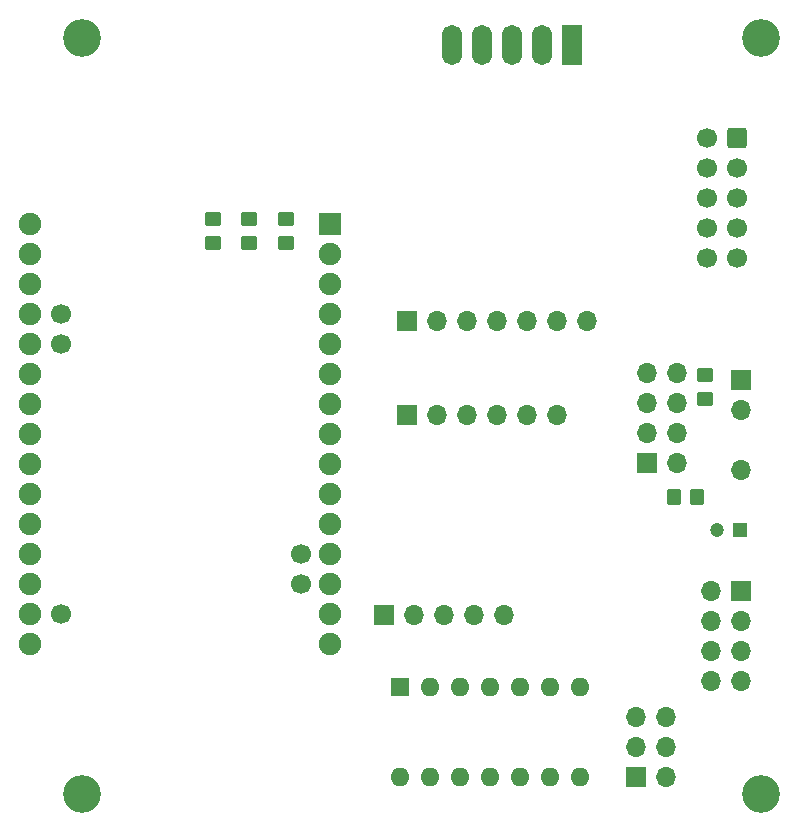
<source format=gts>
G04 #@! TF.GenerationSoftware,KiCad,Pcbnew,7.0.5*
G04 #@! TF.CreationDate,2024-02-16T17:16:27-05:00*
G04 #@! TF.ProjectId,SoyuzControlBoard,536f7975-7a43-46f6-9e74-726f6c426f61,rev?*
G04 #@! TF.SameCoordinates,Original*
G04 #@! TF.FileFunction,Soldermask,Top*
G04 #@! TF.FilePolarity,Negative*
%FSLAX46Y46*%
G04 Gerber Fmt 4.6, Leading zero omitted, Abs format (unit mm)*
G04 Created by KiCad (PCBNEW 7.0.5) date 2024-02-16 17:16:27*
%MOMM*%
%LPD*%
G01*
G04 APERTURE LIST*
G04 Aperture macros list*
%AMRoundRect*
0 Rectangle with rounded corners*
0 $1 Rounding radius*
0 $2 $3 $4 $5 $6 $7 $8 $9 X,Y pos of 4 corners*
0 Add a 4 corners polygon primitive as box body*
4,1,4,$2,$3,$4,$5,$6,$7,$8,$9,$2,$3,0*
0 Add four circle primitives for the rounded corners*
1,1,$1+$1,$2,$3*
1,1,$1+$1,$4,$5*
1,1,$1+$1,$6,$7*
1,1,$1+$1,$8,$9*
0 Add four rect primitives between the rounded corners*
20,1,$1+$1,$2,$3,$4,$5,0*
20,1,$1+$1,$4,$5,$6,$7,0*
20,1,$1+$1,$6,$7,$8,$9,0*
20,1,$1+$1,$8,$9,$2,$3,0*%
G04 Aperture macros list end*
%ADD10R,1.700000X1.700000*%
%ADD11O,1.700000X1.700000*%
%ADD12C,3.200000*%
%ADD13C,1.700000*%
%ADD14RoundRect,0.250000X0.450000X-0.350000X0.450000X0.350000X-0.450000X0.350000X-0.450000X-0.350000X0*%
%ADD15RoundRect,0.250000X-0.450000X0.350000X-0.450000X-0.350000X0.450000X-0.350000X0.450000X0.350000X0*%
%ADD16RoundRect,0.250000X-0.350000X-0.450000X0.350000X-0.450000X0.350000X0.450000X-0.350000X0.450000X0*%
%ADD17R,1.200000X1.200000*%
%ADD18C,1.200000*%
%ADD19RoundRect,0.250000X0.600000X0.600000X-0.600000X0.600000X-0.600000X-0.600000X0.600000X-0.600000X0*%
%ADD20RoundRect,0.102000X0.850000X0.850000X-0.850000X0.850000X-0.850000X-0.850000X0.850000X-0.850000X0*%
%ADD21C,1.904000*%
%ADD22R,1.600000X1.600000*%
%ADD23O,1.600000X1.600000*%
%ADD24R,1.700000X3.400000*%
%ADD25O,1.700000X3.400000*%
G04 APERTURE END LIST*
D10*
X118400000Y-84980000D03*
D11*
X120940000Y-84980000D03*
X118400000Y-82440000D03*
X120940000Y-82440000D03*
X118400000Y-79900000D03*
X120940000Y-79900000D03*
D12*
X71500000Y-86400000D03*
D13*
X69700000Y-45720000D03*
D14*
X85700000Y-39700000D03*
X85700000Y-37700000D03*
D12*
X129000000Y-22400000D03*
D13*
X90020000Y-68580000D03*
D14*
X82600000Y-39700000D03*
X82600000Y-37700000D03*
D15*
X124300000Y-50900000D03*
X124300000Y-52900000D03*
D14*
X88800000Y-39700000D03*
X88800000Y-37700000D03*
D12*
X71500000Y-22400000D03*
D16*
X121600000Y-61200000D03*
X123600000Y-61200000D03*
D13*
X69700000Y-48260000D03*
D10*
X127290000Y-69200000D03*
D11*
X124750000Y-69200000D03*
X127290000Y-71740000D03*
X124750000Y-71740000D03*
X127290000Y-74280000D03*
X124750000Y-74280000D03*
X127290000Y-76820000D03*
X124750000Y-76820000D03*
D13*
X69700000Y-71120000D03*
D12*
X129000000Y-86400000D03*
D13*
X90020000Y-66040000D03*
D17*
X127250000Y-64050000D03*
D18*
X125250000Y-64050000D03*
D10*
X119360000Y-58340000D03*
D11*
X121900000Y-58340000D03*
X119360000Y-55800000D03*
X121900000Y-55800000D03*
X119360000Y-53260000D03*
X121900000Y-53260000D03*
X119360000Y-50720000D03*
X121900000Y-50720000D03*
D19*
X127000000Y-30840000D03*
D13*
X124460000Y-30840000D03*
X127000000Y-33380000D03*
X124460000Y-33380000D03*
X127000000Y-35920000D03*
X124460000Y-35920000D03*
X127000000Y-38460000D03*
X124460000Y-38460000D03*
X127000000Y-41000000D03*
X124460000Y-41000000D03*
D20*
X92539500Y-38100000D03*
D21*
X92539500Y-40640000D03*
X92539500Y-43180000D03*
X92539500Y-45720000D03*
X92539500Y-48260000D03*
X92539500Y-50800000D03*
X92539500Y-53340000D03*
X92539500Y-55880000D03*
X92539500Y-58420000D03*
X92539500Y-60960000D03*
X92539500Y-63500000D03*
X92539500Y-66040000D03*
X92539500Y-68580000D03*
X92539500Y-71120000D03*
X92539500Y-73660000D03*
X67139500Y-73660000D03*
X67139500Y-71120000D03*
X67139500Y-68580000D03*
X67139500Y-66040000D03*
X67139500Y-63500000D03*
X67139500Y-60960000D03*
X67139500Y-58420000D03*
X67139500Y-55880000D03*
X67139500Y-53340000D03*
X67139500Y-50800000D03*
X67139500Y-48260000D03*
X67139500Y-45720000D03*
X67139500Y-43180000D03*
X67139500Y-40640000D03*
X67139500Y-38100000D03*
D22*
X98475000Y-77300000D03*
D23*
X101015000Y-77300000D03*
X103555000Y-77300000D03*
X106095000Y-77300000D03*
X108635000Y-77300000D03*
X111175000Y-77300000D03*
X113715000Y-77300000D03*
X113715000Y-84920000D03*
X111175000Y-84920000D03*
X108635000Y-84920000D03*
X106095000Y-84920000D03*
X103555000Y-84920000D03*
X101015000Y-84920000D03*
X98475000Y-84920000D03*
D24*
X112980000Y-23000000D03*
D25*
X110440000Y-23000000D03*
X107900000Y-23000000D03*
X105360000Y-23000000D03*
X102820000Y-23000000D03*
D10*
X127300000Y-51300000D03*
D11*
X127300000Y-53840000D03*
X127300000Y-58920000D03*
D10*
X99060000Y-54305200D03*
D11*
X101600000Y-54305200D03*
X104140000Y-54305200D03*
X106680000Y-54305200D03*
X109220000Y-54305200D03*
X111760000Y-54305200D03*
D10*
X97050000Y-71225000D03*
D11*
X99590000Y-71225000D03*
X102130000Y-71225000D03*
X104670000Y-71225000D03*
X107210000Y-71225000D03*
D10*
X99060000Y-46300000D03*
D11*
X101600000Y-46300000D03*
X104140000Y-46300000D03*
X106680000Y-46300000D03*
X109220000Y-46300000D03*
X111760000Y-46300000D03*
X114300000Y-46300000D03*
M02*

</source>
